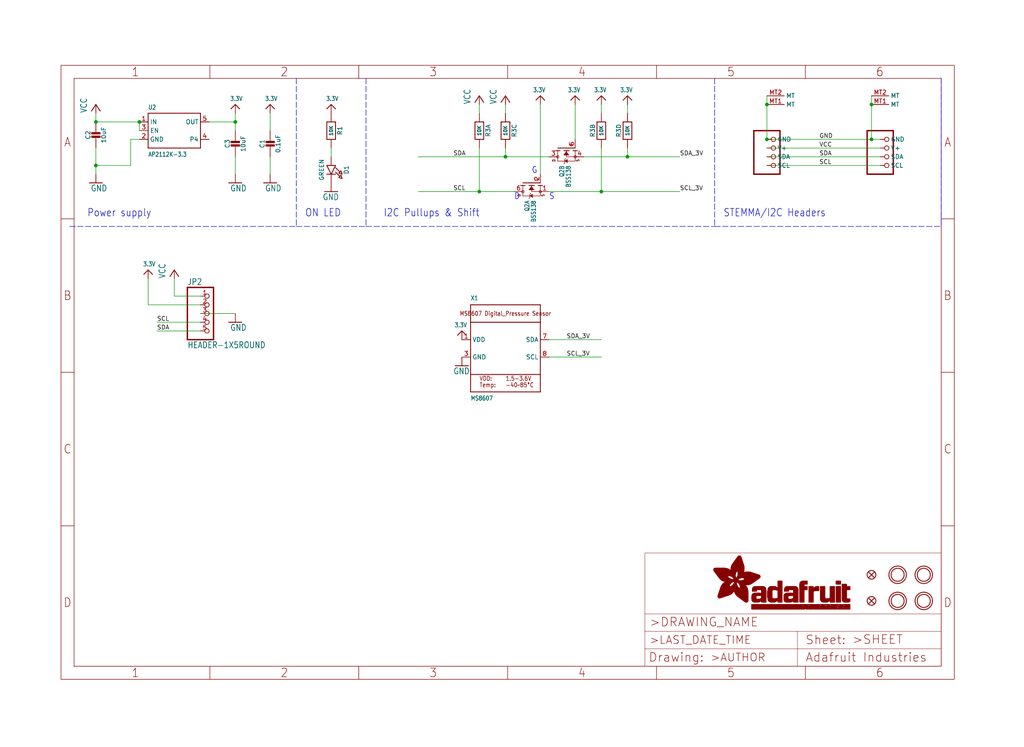
<source format=kicad_sch>
(kicad_sch (version 20211123) (generator eeschema)
  (paper "User" 298.45 217.881)
  (lib_symbols
    (symbol "schematicEagle-eagle-import:3.3V" (power)
      (property "Value" "3.3V" (at -1.524 1.016 0))
      (symbol "3.3V_1_0"
        (pin power_in line (at 0 -2.54 90) (length 2.54) (name "3.3V") (number "1"))
      )
    )
    (symbol "schematicEagle-eagle-import:CAP_CERAMIC0603_NO"
      (property "Reference" "C" (at -2.29 1.25 90))
      (property "Value" "CAP_CERAMIC0603_NO" (at 2.3 1.25 90))
      (symbol "CAP_CERAMIC0603_NO_1_0"
        (pin passive line (at 0 5.08 270) (length 2.54) (name "1") (number "1"))
        (pin passive line (at 0 -2.54 90) (length 2.54) (name "2") (number "2"))
      )
    )
    (symbol "schematicEagle-eagle-import:CAP_CERAMIC0805-NOOUTLINE"
      (property "Reference" "C" (at -2.29 1.25 90))
      (property "Value" "CAP_CERAMIC0805-NOOUTLINE" (at 2.3 1.25 90))
      (symbol "CAP_CERAMIC0805-NOOUTLINE_1_0"
        (pin passive line (at 0 5.08 270) (length 2.54) (name "1") (number "1"))
        (pin passive line (at 0 -2.54 90) (length 2.54) (name "2") (number "2"))
      )
    )
    (symbol "schematicEagle-eagle-import:FIDUCIAL_1MM")
    (symbol "schematicEagle-eagle-import:FRAME_A4_ADAFRUIT"
      (symbol "FRAME_A4_ADAFRUIT_0_0"
        (text "1" (at 21.6958 1.905 0) (effects (font (size 2.54 2.286))))
        (text "1" (at 21.6958 177.165 0) (effects (font (size 2.54 2.286))))
        (text "2" (at 65.0875 1.905 0) (effects (font (size 2.54 2.286))))
        (text "2" (at 65.0875 177.165 0) (effects (font (size 2.54 2.286))))
        (text "3" (at 108.4792 1.905 0) (effects (font (size 2.54 2.286))))
        (text "3" (at 108.4792 177.165 0) (effects (font (size 2.54 2.286))))
        (text "4" (at 151.8708 1.905 0) (effects (font (size 2.54 2.286))))
        (text "4" (at 151.8708 177.165 0) (effects (font (size 2.54 2.286))))
        (text "5" (at 195.2625 1.905 0) (effects (font (size 2.54 2.286))))
        (text "5" (at 195.2625 177.165 0) (effects (font (size 2.54 2.286))))
        (text "6" (at 238.6542 1.905 0) (effects (font (size 2.54 2.286))))
        (text "6" (at 238.6542 177.165 0) (effects (font (size 2.54 2.286))))
        (text "A" (at 1.905 156.6863 0) (effects (font (size 2.54 2.286))))
        (text "A" (at 258.445 156.6863 0) (effects (font (size 2.54 2.286))))
        (text "B" (at 1.905 111.9188 0) (effects (font (size 2.54 2.286))))
        (text "B" (at 258.445 111.9188 0) (effects (font (size 2.54 2.286))))
        (text "C" (at 1.905 67.1513 0) (effects (font (size 2.54 2.286))))
        (text "C" (at 258.445 67.1513 0) (effects (font (size 2.54 2.286))))
        (text "D" (at 1.905 22.3838 0) (effects (font (size 2.54 2.286))))
        (text "D" (at 258.445 22.3838 0) (effects (font (size 2.54 2.286))))
      )
      (symbol "FRAME_A4_ADAFRUIT_1_0"
        (text ">AUTHOR" (at 189.23 5.08 0) (effects (font (size 2.286 2.286)) (justify left bottom)))
        (text ">DRAWING_NAME" (at 171.45 15.24 0) (effects (font (size 2.54 2.54)) (justify left bottom)))
        (text ">LAST_DATE_TIME" (at 171.45 10.16 0) (effects (font (size 2.286 2.286)) (justify left bottom)))
        (text ">SHEET" (at 230.505 10.16 0) (effects (font (size 2.54 2.54)) (justify left bottom)))
        (text "Adafruit Industries" (at 216.916 4.953 0) (effects (font (size 2.54 2.54)) (justify left bottom)))
        (text "Drawing:" (at 171.196 4.953 0) (effects (font (size 2.54 2.54)) (justify left bottom)))
        (text "Sheet:" (at 216.916 10.033 0) (effects (font (size 2.54 2.54)) (justify left bottom)))
      )
    )
    (symbol "schematicEagle-eagle-import:GND" (power)
      (property "Value" "GND" (at -2.54 -2.54 0))
      (symbol "GND_1_0"
        (pin power_in line (at 0 2.54 270) (length 2.54) (name "GND") (number "1"))
      )
    )
    (symbol "schematicEagle-eagle-import:HEADER-1X5ROUND"
      (property "Reference" "JP" (at -6.35 8.255 0))
      (property "Value" "HEADER-1X5ROUND" (at -6.35 -10.16 0))
      (symbol "HEADER-1X5ROUND_1_0"
        (pin passive inverted (at -2.54 5.08 0) (length 2.54) (name "1") (number "1"))
        (pin passive inverted (at -2.54 2.54 0) (length 2.54) (name "2") (number "2"))
        (pin passive inverted (at -2.54 0 0) (length 2.54) (name "3") (number "3"))
        (pin passive inverted (at -2.54 -2.54 0) (length 2.54) (name "4") (number "4"))
        (pin passive inverted (at -2.54 -5.08 0) (length 2.54) (name "5") (number "5"))
      )
    )
    (symbol "schematicEagle-eagle-import:LED0603_NOOUTLINE"
      (property "Reference" "D" (at -1.27 4.445 0))
      (property "Value" "LED0603_NOOUTLINE" (at -1.27 -2.794 0))
      (symbol "LED0603_NOOUTLINE_1_0"
        (pin passive line (at -5.08 0 0) (length 2.54) (name "A") (number "A"))
        (pin passive line (at 2.54 0 180) (length 2.54) (name "C") (number "C"))
      )
    )
    (symbol "schematicEagle-eagle-import:MOSFET-N_DUAL"
      (property "Reference" "Q" (at 5.08 0.635 0))
      (property "Value" "MOSFET-N_DUAL" (at 5.08 -1.27 0))
      (symbol "MOSFET-N_DUAL_1_0"
        (text "D" (at 3.175 3.175 0) (effects (font (size 0.8128 0.6908)) (justify left bottom)))
        (text "G" (at -1.27 -1.905 0) (effects (font (size 0.8128 0.6908)) (justify left bottom)))
        (text "S" (at 3.175 -3.81 0) (effects (font (size 0.8128 0.6908)) (justify left bottom)))
        (pin bidirectional line (at 2.54 -5.08 90) (length 2.54) (name "S") (number "1"))
        (pin bidirectional line (at -2.54 -2.54 0) (length 2.54) (name "G") (number "2"))
        (pin bidirectional line (at 2.54 5.08 270) (length 2.54) (name "D") (number "6"))
      )
      (symbol "MOSFET-N_DUAL_2_0"
        (text "D" (at 3.175 3.175 0) (effects (font (size 0.8128 0.6908)) (justify left bottom)))
        (text "G" (at -1.27 -1.905 0) (effects (font (size 0.8128 0.6908)) (justify left bottom)))
        (text "S" (at 3.175 -3.81 0) (effects (font (size 0.8128 0.6908)) (justify left bottom)))
        (pin bidirectional line (at 2.54 5.08 270) (length 2.54) (name "D") (number "3"))
        (pin bidirectional line (at 2.54 -5.08 90) (length 2.54) (name "S") (number "4"))
        (pin bidirectional line (at -2.54 -2.54 0) (length 2.54) (name "G") (number "5"))
      )
    )
    (symbol "schematicEagle-eagle-import:MOUNTINGHOLE2.5")
    (symbol "schematicEagle-eagle-import:MS8607"
      (property "Reference" "X" (at -10.16 13.97 0))
      (property "Value" "MS8607" (at -10.16 -15.24 0))
      (symbol "MS8607_1_0"
        (text "-40~85°C" (at 0 -11.43 0) (effects (font (size 1.27 1.0795)) (justify left bottom)))
        (text "1.5-3.6V" (at 0 -9.525 0) (effects (font (size 1.27 1.0795)) (justify left bottom)))
        (text "MS8607 Digital_Pressure Sensor" (at 0 10.16 0) (effects (font (size 1.27 1.0795))))
        (text "Temp:" (at -7.62 -11.43 0) (effects (font (size 1.27 1.0795)) (justify left bottom)))
        (text "VDD:" (at -7.62 -9.525 0) (effects (font (size 1.27 1.0795)) (justify left bottom)))
        (pin power_in line (at -12.7 2.54 0) (length 2.54) (name "VDD") (number "1"))
        (pin power_in line (at -12.7 -2.54 0) (length 2.54) (name "GND") (number "3"))
        (pin bidirectional line (at 12.7 2.54 180) (length 2.54) (name "SDA") (number "7"))
        (pin bidirectional line (at 12.7 -2.54 180) (length 2.54) (name "SCL") (number "8"))
      )
    )
    (symbol "schematicEagle-eagle-import:RESISTOR_0603_NOOUT"
      (property "Reference" "R" (at 0 2.54 0))
      (property "Value" "RESISTOR_0603_NOOUT" (at 0 0 0))
      (symbol "RESISTOR_0603_NOOUT_1_0"
        (pin passive line (at -5.08 0 0) (length 2.54) (name "1") (number "1"))
        (pin passive line (at 5.08 0 180) (length 2.54) (name "2") (number "2"))
      )
    )
    (symbol "schematicEagle-eagle-import:RESISTOR_4PACK"
      (property "Reference" "R" (at 0 2.54 0))
      (property "Value" "RESISTOR_4PACK" (at 0 0 0))
      (symbol "RESISTOR_4PACK_1_0"
        (pin passive line (at -5.08 0 0) (length 2.54) (name "1") (number "1"))
        (pin passive line (at 5.08 0 180) (length 2.54) (name "2") (number "8"))
      )
      (symbol "RESISTOR_4PACK_2_0"
        (pin passive line (at -5.08 0 0) (length 2.54) (name "1") (number "2"))
        (pin passive line (at 5.08 0 180) (length 2.54) (name "2") (number "7"))
      )
      (symbol "RESISTOR_4PACK_3_0"
        (pin passive line (at -5.08 0 0) (length 2.54) (name "1") (number "3"))
        (pin passive line (at 5.08 0 180) (length 2.54) (name "2") (number "6"))
      )
      (symbol "RESISTOR_4PACK_4_0"
        (pin passive line (at -5.08 0 0) (length 2.54) (name "1") (number "4"))
        (pin passive line (at 5.08 0 180) (length 2.54) (name "2") (number "5"))
      )
    )
    (symbol "schematicEagle-eagle-import:STEMMA_I2C_QT"
      (symbol "STEMMA_I2C_QT_1_0"
        (pin passive inverted (at 0 5.08 0) (length 2.54) (name "GND") (number "1"))
        (pin passive inverted (at 0 2.54 0) (length 2.54) (name "V+") (number "2"))
        (pin passive inverted (at 0 0 0) (length 2.54) (name "SDA") (number "3"))
        (pin passive inverted (at 0 -2.54 0) (length 2.54) (name "SCL") (number "4"))
      )
      (symbol "STEMMA_I2C_QT_2_0"
        (pin bidirectional line (at 0 0 0) (length 5.08) (name "MT") (number "MT1"))
      )
      (symbol "STEMMA_I2C_QT_3_0"
        (pin bidirectional line (at 0 0 0) (length 5.08) (name "MT") (number "MT2"))
      )
    )
    (symbol "schematicEagle-eagle-import:VCC" (power)
      (property "Value" "VCC" (at -2.54 -2.54 90))
      (symbol "VCC_1_0"
        (pin power_in line (at 0 -2.54 90) (length 2.54) (name "VCC") (number "1"))
      )
    )
    (symbol "schematicEagle-eagle-import:VREG_SOT23-5"
      (property "Reference" "U" (at -7.62 6.096 0))
      (property "Value" "VREG_SOT23-5" (at -7.62 -7.62 0))
      (symbol "VREG_SOT23-5_1_0"
        (pin power_in line (at -10.16 2.54 0) (length 2.54) (name "IN") (number "1"))
        (pin power_in line (at -10.16 -2.54 0) (length 2.54) (name "GND") (number "2"))
        (pin input line (at -10.16 0 0) (length 2.54) (name "EN") (number "3"))
        (pin bidirectional line (at 10.16 -2.54 180) (length 2.54) (name "P4") (number "4"))
        (pin power_in line (at 10.16 2.54 180) (length 2.54) (name "OUT") (number "5"))
      )
    )
  )
  (junction (at 68.58 35.56))
  (junction (at 254 40.64))
  (junction (at 175.26 55.88))
  (junction (at 27.94 48.26))
  (junction (at 223.52 40.64))
  (junction (at 147.32 45.72))
  (junction (at 182.88 45.72))
  (junction (at 40.64 35.56))
  (junction (at 27.94 35.56))
  (junction (at 254 30.48))
  (junction (at 139.7 55.88))
  (junction (at 223.52 30.48))
  (wire (pts (xy 254 30.48) (xy 254 40.64)))
  (wire (pts (xy 78.74 45.72) (xy 78.74 50.8)))
  (wire (pts (xy 139.7 30.48) (xy 139.7 33.02)))
  (wire (pts (xy 27.94 48.26) (xy 27.94 43.18)))
  (wire (pts (xy 170.18 45.72) (xy 182.88 45.72)))
  (wire (pts (xy 175.26 55.88) (xy 198.12 55.88)))
  (wire (pts (xy 27.94 48.26) (xy 27.94 50.8)))
  (wire (pts (xy 50.8 86.36) (xy 50.8 81.28)))
  (wire (pts (xy 160.02 99.06) (xy 175.26 99.06)))
  (wire (pts (xy 175.26 43.18) (xy 175.26 55.88)))
  (polyline (pts (xy 208.28 66.04) (xy 274.32 66.04)))
  (wire (pts (xy 223.52 30.48) (xy 223.52 40.64)))
  (wire (pts (xy 58.42 88.9) (xy 43.18 88.9)))
  (wire (pts (xy 147.32 43.18) (xy 147.32 45.72)))
  (wire (pts (xy 96.52 45.72) (xy 96.52 43.18)))
  (wire (pts (xy 160.02 104.14) (xy 175.26 104.14)))
  (wire (pts (xy 60.96 35.56) (xy 68.58 35.56)))
  (wire (pts (xy 139.7 43.18) (xy 139.7 55.88)))
  (wire (pts (xy 223.52 43.18) (xy 256.54 43.18)))
  (wire (pts (xy 58.42 91.44) (xy 68.58 91.44)))
  (wire (pts (xy 58.42 96.52) (xy 45.72 96.52)))
  (wire (pts (xy 40.64 35.56) (xy 27.94 35.56)))
  (polyline (pts (xy 106.68 22.86) (xy 106.68 66.04)))
  (wire (pts (xy 175.26 33.02) (xy 175.26 30.48)))
  (wire (pts (xy 43.18 88.9) (xy 43.18 81.28)))
  (wire (pts (xy 78.74 33.02) (xy 78.74 38.1)))
  (wire (pts (xy 182.88 33.02) (xy 182.88 30.48)))
  (wire (pts (xy 223.52 27.94) (xy 223.52 30.48)))
  (wire (pts (xy 167.64 40.64) (xy 167.64 30.48)))
  (wire (pts (xy 254 40.64) (xy 223.52 40.64)))
  (wire (pts (xy 147.32 45.72) (xy 121.92 45.72)))
  (wire (pts (xy 38.1 40.64) (xy 38.1 48.26)))
  (wire (pts (xy 68.58 45.72) (xy 68.58 50.8)))
  (wire (pts (xy 27.94 33.02) (xy 27.94 35.56)))
  (wire (pts (xy 68.58 35.56) (xy 68.58 38.1)))
  (wire (pts (xy 160.02 55.88) (xy 175.26 55.88)))
  (polyline (pts (xy 274.32 22.86) (xy 274.32 66.04)))
  (wire (pts (xy 58.42 93.98) (xy 45.72 93.98)))
  (wire (pts (xy 68.58 35.56) (xy 68.58 33.02)))
  (polyline (pts (xy 86.36 66.04) (xy 106.68 66.04)))
  (wire (pts (xy 254 27.94) (xy 254 30.48)))
  (wire (pts (xy 139.7 55.88) (xy 121.92 55.88)))
  (wire (pts (xy 40.64 40.64) (xy 38.1 40.64)))
  (wire (pts (xy 256.54 40.64) (xy 254 40.64)))
  (polyline (pts (xy 106.68 66.04) (xy 208.28 66.04)))
  (wire (pts (xy 58.42 86.36) (xy 50.8 86.36)))
  (wire (pts (xy 40.64 38.1) (xy 40.64 35.56)))
  (wire (pts (xy 157.48 50.8) (xy 157.48 30.48)))
  (polyline (pts (xy 86.36 22.86) (xy 86.36 66.04)))
  (wire (pts (xy 147.32 33.02) (xy 147.32 30.48)))
  (wire (pts (xy 38.1 48.26) (xy 27.94 48.26)))
  (wire (pts (xy 182.88 43.18) (xy 182.88 45.72)))
  (wire (pts (xy 182.88 45.72) (xy 198.12 45.72)))
  (wire (pts (xy 160.02 45.72) (xy 147.32 45.72)))
  (wire (pts (xy 149.86 55.88) (xy 139.7 55.88)))
  (polyline (pts (xy 208.28 22.86) (xy 208.28 66.04)))
  (wire (pts (xy 256.54 45.72) (xy 223.52 45.72)))
  (polyline (pts (xy 20.32 66.04) (xy 86.36 66.04)))
  (wire (pts (xy 223.52 48.26) (xy 256.54 48.26)))
  (text "Power supply" (at 25.4 63.5 180) (effects (font (size 2.1844 1.8567)) (justify left bottom)))
  (text "ON LED" (at 88.9 63.5 180) (effects (font (size 2.1844 1.8567)) (justify left bottom)))
  (text "STEMMA/I2C Headers" (at 210.82 63.5 180) (effects (font (size 2.1844 1.8567)) (justify left bottom)))
  (text "G" (at 154.94 50.8 180) (effects (font (size 1.778 1.5113)) (justify left bottom)))
  (text "D" (at 149.86 58.42 180) (effects (font (size 1.778 1.5113)) (justify left bottom)))
  (text "S" (at 160.02 58.42 180) (effects (font (size 1.778 1.5113)) (justify left bottom)))
  (text "I2C Pullups & Shift" (at 111.76 63.5 180) (effects (font (size 2.1844 1.8567)) (justify left bottom)))
  (label "SCL_3V" (at 198.12 55.88 0) (effects (font (size 1.2446 1.2446))))
  (label "VCC" (at 238.76 43.18 0) (effects (font (size 1.2446 1.2446))))
  (label "SDA_3V" (at 198.12 45.72 0) (effects (font (size 1.2446 1.2446))))
  (label "SCL_3V" (at 165.1 104.14 0) (effects (font (size 1.2446 1.2446))))
  (label "SCL" (at 45.72 93.98 0) (effects (font (size 1.2446 1.2446))))
  (label "SDA" (at 238.76 45.72 0) (effects (font (size 1.2446 1.2446))))
  (label "SDA" (at 132.08 45.72 0) (effects (font (size 1.2446 1.2446))))
  (label "SDA" (at 45.72 96.52 0) (effects (font (size 1.2446 1.2446))))
  (label "SCL" (at 132.08 55.88 0) (effects (font (size 1.2446 1.2446))))
  (label "SDA_3V" (at 165.1 99.06 0) (effects (font (size 1.2446 1.2446))))
  (label "SCL" (at 238.76 48.26 0) (effects (font (size 1.2446 1.2446))))
  (label "GND" (at 238.76 40.64 0) (effects (font (size 1.2446 1.2446))))
  (symbol (lib_id "schematicEagle-eagle-import:MOUNTINGHOLE2.5") (at 261.62 175.26 0) (unit 1)
    (property "Reference" "U$1" (effects hide))
    (property "Value" "MOUNTINGHOLE2.5" (effects hide))
    (property "Footprint" "schematicEagle:MOUNTINGHOLE_2.5_PLATED" (effects hide))
  )
  (symbol (lib_id "schematicEagle-eagle-import:CAP_CERAMIC0603_NO") (at 78.74 43.18 0) (unit 1)
    (property "Reference" "C1" (at 76.45 41.93 90))
    (property "Value" "0.1uF" (at 81.04 41.93 90))
    (property "Footprint" "schematicEagle:0603-NO" (effects hide))
  )
  (symbol (lib_id "schematicEagle-eagle-import:VCC") (at 50.8 78.74 0) (unit 1)
    (property "Reference" "#P+4" (effects hide))
    (property "Value" "VCC" (at 48.26 81.28 90) (effects (font (size 1.778 1.5113)) (justify left bottom)))
    (property "Footprint" "schematicEagle:" (effects hide))
  )
  (symbol (lib_id "schematicEagle-eagle-import:GND") (at 68.58 93.98 0) (unit 1)
    (property "Reference" "#U$10" (effects hide))
    (property "Value" "GND" (at 67.056 96.52 0) (effects (font (size 1.778 1.5113)) (justify left bottom)))
    (property "Footprint" "schematicEagle:" (effects hide))
  )
  (symbol (lib_id "schematicEagle-eagle-import:GND") (at 27.94 53.34 0) (unit 1)
    (property "Reference" "#U$13" (effects hide))
    (property "Value" "GND" (at 26.416 55.88 0) (effects (font (size 1.778 1.5113)) (justify left bottom)))
    (property "Footprint" "schematicEagle:" (effects hide))
  )
  (symbol (lib_id "schematicEagle-eagle-import:CAP_CERAMIC0805-NOOUTLINE") (at 68.58 43.18 0) (unit 1)
    (property "Reference" "C3" (at 66.29 41.93 90))
    (property "Value" "10uF" (at 70.88 41.93 90))
    (property "Footprint" "schematicEagle:0805-NO" (effects hide))
  )
  (symbol (lib_id "schematicEagle-eagle-import:3.3V") (at 182.88 27.94 0) (mirror y) (unit 1)
    (property "Reference" "#U$7" (effects hide))
    (property "Value" "3.3V" (at 184.404 26.924 0) (effects (font (size 1.27 1.0795)) (justify left bottom)))
    (property "Footprint" "schematicEagle:" (effects hide))
  )
  (symbol (lib_id "schematicEagle-eagle-import:GND") (at 134.62 106.68 0) (unit 1)
    (property "Reference" "#GND1" (effects hide))
    (property "Value" "GND" (at 132.08 109.22 0) (effects (font (size 1.778 1.5113)) (justify left bottom)))
    (property "Footprint" "schematicEagle:" (effects hide))
  )
  (symbol (lib_id "schematicEagle-eagle-import:MOUNTINGHOLE2.5") (at 261.62 167.64 0) (unit 1)
    (property "Reference" "U$17" (effects hide))
    (property "Value" "MOUNTINGHOLE2.5" (effects hide))
    (property "Footprint" "schematicEagle:MOUNTINGHOLE_2.5_PLATED" (effects hide))
  )
  (symbol (lib_id "schematicEagle-eagle-import:RESISTOR_4PACK") (at 175.26 38.1 90) (mirror x) (unit 2)
    (property "Reference" "R3" (at 172.72 38.1 0))
    (property "Value" "10K" (at 175.26 38.1 0) (effects (font (size 1.016 1.016) bold)))
    (property "Footprint" "schematicEagle:RESPACK_4X0603" (effects hide))
  )
  (symbol (lib_id "schematicEagle-eagle-import:3.3V") (at 157.48 27.94 0) (mirror y) (unit 1)
    (property "Reference" "#U$26" (effects hide))
    (property "Value" "3.3V" (at 159.004 26.924 0) (effects (font (size 1.27 1.0795)) (justify left bottom)))
    (property "Footprint" "schematicEagle:" (effects hide))
  )
  (symbol (lib_id "schematicEagle-eagle-import:RESISTOR_4PACK") (at 147.32 38.1 270) (unit 3)
    (property "Reference" "R3" (at 149.86 38.1 0))
    (property "Value" "10K" (at 147.32 38.1 0) (effects (font (size 1.016 1.016) bold)))
    (property "Footprint" "schematicEagle:RESPACK_4X0603" (effects hide))
  )
  (symbol (lib_id "schematicEagle-eagle-import:MOSFET-N_DUAL") (at 165.1 43.18 90) (mirror x) (unit 2)
    (property "Reference" "Q2" (at 164.465 48.26 0) (effects (font (size 1.27 1.0795)) (justify left bottom)))
    (property "Value" "BSS138" (at 166.37 48.26 0) (effects (font (size 1.27 1.0795)) (justify left bottom)))
    (property "Footprint" "schematicEagle:SOT363" (effects hide))
  )
  (symbol (lib_id "schematicEagle-eagle-import:VCC") (at 139.7 27.94 0) (unit 1)
    (property "Reference" "#P+1" (effects hide))
    (property "Value" "VCC" (at 137.16 30.48 90) (effects (font (size 1.778 1.5113)) (justify left bottom)))
    (property "Footprint" "schematicEagle:" (effects hide))
  )
  (symbol (lib_id "schematicEagle-eagle-import:LED0603_NOOUTLINE") (at 96.52 50.8 270) (unit 1)
    (property "Reference" "D1" (at 100.965 49.53 0))
    (property "Value" "GREEN" (at 93.726 49.53 0))
    (property "Footprint" "schematicEagle:CHIPLED_0603_NOOUTLINE" (effects hide))
  )
  (symbol (lib_id "schematicEagle-eagle-import:FIDUCIAL_1MM") (at 254 167.64 0) (unit 1)
    (property "Reference" "FID4" (effects hide))
    (property "Value" "FIDUCIAL_1MM" (effects hide))
    (property "Footprint" "schematicEagle:FIDUCIAL_1MM" (effects hide))
  )
  (symbol (lib_id "schematicEagle-eagle-import:GND") (at 96.52 55.88 0) (unit 1)
    (property "Reference" "#GND6" (effects hide))
    (property "Value" "GND" (at 93.98 58.42 0) (effects (font (size 1.778 1.5113)) (justify left bottom)))
    (property "Footprint" "schematicEagle:" (effects hide))
  )
  (symbol (lib_id "schematicEagle-eagle-import:RESISTOR_0603_NOOUT") (at 96.52 38.1 270) (unit 1)
    (property "Reference" "R1" (at 99.06 38.1 0))
    (property "Value" "10K" (at 96.52 38.1 0) (effects (font (size 1.016 1.016) bold)))
    (property "Footprint" "schematicEagle:0603-NO" (effects hide))
  )
  (symbol (lib_id "schematicEagle-eagle-import:CAP_CERAMIC0805-NOOUTLINE") (at 27.94 40.64 0) (unit 1)
    (property "Reference" "C2" (at 25.65 39.39 90))
    (property "Value" "10uF" (at 30.24 39.39 90))
    (property "Footprint" "schematicEagle:0805-NO" (effects hide))
  )
  (symbol (lib_id "schematicEagle-eagle-import:MOUNTINGHOLE2.5") (at 269.24 175.26 0) (unit 1)
    (property "Reference" "U$21" (effects hide))
    (property "Value" "MOUNTINGHOLE2.5" (effects hide))
    (property "Footprint" "schematicEagle:MOUNTINGHOLE_2.5_PLATED" (effects hide))
  )
  (symbol (lib_id "schematicEagle-eagle-import:STEMMA_I2C_QT") (at 254 27.94 0) (unit 3)
    (property "Reference" "CONN4" (effects hide))
    (property "Value" "STEMMA_I2C_QT" (effects hide))
    (property "Footprint" "schematicEagle:JST_SH4" (effects hide))
  )
  (symbol (lib_id "schematicEagle-eagle-import:GND") (at 68.58 53.34 0) (unit 1)
    (property "Reference" "#U$5" (effects hide))
    (property "Value" "GND" (at 67.056 55.88 0) (effects (font (size 1.778 1.5113)) (justify left bottom)))
    (property "Footprint" "schematicEagle:" (effects hide))
  )
  (symbol (lib_id "schematicEagle-eagle-import:RESISTOR_4PACK") (at 182.88 38.1 90) (mirror x) (unit 4)
    (property "Reference" "R3" (at 180.34 38.1 0))
    (property "Value" "10K" (at 182.88 38.1 0) (effects (font (size 1.016 1.016) bold)))
    (property "Footprint" "schematicEagle:RESPACK_4X0603" (effects hide))
  )
  (symbol (lib_id "schematicEagle-eagle-import:HEADER-1X5ROUND") (at 60.96 91.44 0) (unit 1)
    (property "Reference" "JP2" (at 54.61 83.185 0) (effects (font (size 1.778 1.5113)) (justify left bottom)))
    (property "Value" "HEADER-1X5ROUND" (at 54.61 101.6 0) (effects (font (size 1.778 1.5113)) (justify left bottom)))
    (property "Footprint" "schematicEagle:1X05_ROUND" (effects hide))
  )
  (symbol (lib_id "schematicEagle-eagle-import:STEMMA_I2C_QT") (at 223.52 45.72 0) (unit 1)
    (property "Reference" "CONN3" (effects hide))
    (property "Value" "STEMMA_I2C_QT" (effects hide))
    (property "Footprint" "schematicEagle:JST_SH4" (effects hide))
  )
  (symbol (lib_id "schematicEagle-eagle-import:3.3V") (at 78.74 30.48 0) (unit 1)
    (property "Reference" "#U$14" (effects hide))
    (property "Value" "3.3V" (at 77.216 29.464 0) (effects (font (size 1.27 1.0795)) (justify left bottom)))
    (property "Footprint" "schematicEagle:" (effects hide))
  )
  (symbol (lib_id "schematicEagle-eagle-import:3.3V") (at 43.18 78.74 0) (unit 1)
    (property "Reference" "#U$16" (effects hide))
    (property "Value" "3.3V" (at 41.656 77.724 0) (effects (font (size 1.27 1.0795)) (justify left bottom)))
    (property "Footprint" "schematicEagle:" (effects hide))
  )
  (symbol (lib_id "schematicEagle-eagle-import:3.3V") (at 167.64 27.94 0) (mirror y) (unit 1)
    (property "Reference" "#U$23" (effects hide))
    (property "Value" "3.3V" (at 169.164 26.924 0) (effects (font (size 1.27 1.0795)) (justify left bottom)))
    (property "Footprint" "schematicEagle:" (effects hide))
  )
  (symbol (lib_id "schematicEagle-eagle-import:STEMMA_I2C_QT") (at 223.52 30.48 0) (unit 2)
    (property "Reference" "CONN3" (effects hide))
    (property "Value" "STEMMA_I2C_QT" (effects hide))
    (property "Footprint" "schematicEagle:JST_SH4" (effects hide))
  )
  (symbol (lib_id "schematicEagle-eagle-import:MOSFET-N_DUAL") (at 154.94 53.34 90) (mirror x) (unit 1)
    (property "Reference" "Q2" (at 154.305 58.42 0) (effects (font (size 1.27 1.0795)) (justify left bottom)))
    (property "Value" "BSS138" (at 156.21 58.42 0) (effects (font (size 1.27 1.0795)) (justify left bottom)))
    (property "Footprint" "schematicEagle:SOT363" (effects hide))
  )
  (symbol (lib_id "schematicEagle-eagle-import:MOUNTINGHOLE2.5") (at 269.24 167.64 0) (unit 1)
    (property "Reference" "U$19" (effects hide))
    (property "Value" "MOUNTINGHOLE2.5" (effects hide))
    (property "Footprint" "schematicEagle:MOUNTINGHOLE_2.5_PLATED" (effects hide))
  )
  (symbol (lib_id "schematicEagle-eagle-import:3.3V") (at 175.26 27.94 0) (mirror y) (unit 1)
    (property "Reference" "#U$24" (effects hide))
    (property "Value" "3.3V" (at 176.784 26.924 0) (effects (font (size 1.27 1.0795)) (justify left bottom)))
    (property "Footprint" "schematicEagle:" (effects hide))
  )
  (symbol (lib_id "schematicEagle-eagle-import:MS8607") (at 147.32 101.6 0) (unit 1)
    (property "Reference" "X1" (at 137.16 87.63 0) (effects (font (size 1.27 1.0795)) (justify left bottom)))
    (property "Value" "MS8607" (at 137.16 116.84 0) (effects (font (size 1.27 1.0795)) (justify left bottom)))
    (property "Footprint" "schematicEagle:MS8607" (effects hide))
  )
  (symbol (lib_id "schematicEagle-eagle-import:VREG_SOT23-5") (at 50.8 38.1 0) (unit 1)
    (property "Reference" "U2" (at 43.18 32.004 0) (effects (font (size 1.27 1.0795)) (justify left bottom)))
    (property "Value" "AP2112K-3.3" (at 43.18 45.72 0) (effects (font (size 1.27 1.0795)) (justify left bottom)))
    (property "Footprint" "schematicEagle:SOT23-5" (effects hide))
  )
  (symbol (lib_id "schematicEagle-eagle-import:GND") (at 78.74 53.34 0) (unit 1)
    (property "Reference" "#U$6" (effects hide))
    (property "Value" "GND" (at 77.216 55.88 0) (effects (font (size 1.778 1.5113)) (justify left bottom)))
    (property "Footprint" "schematicEagle:" (effects hide))
  )
  (symbol (lib_id "schematicEagle-eagle-import:3.3V") (at 96.52 30.48 0) (unit 1)
    (property "Reference" "#U$3" (effects hide))
    (property "Value" "3.3V" (at 94.996 29.464 0) (effects (font (size 1.27 1.0795)) (justify left bottom)))
    (property "Footprint" "schematicEagle:" (effects hide))
  )
  (symbol (lib_id "schematicEagle-eagle-import:VCC") (at 147.32 27.94 0) (unit 1)
    (property "Reference" "#P+2" (effects hide))
    (property "Value" "VCC" (at 144.78 30.48 90) (effects (font (size 1.778 1.5113)) (justify left bottom)))
    (property "Footprint" "schematicEagle:" (effects hide))
  )
  (symbol (lib_id "schematicEagle-eagle-import:FIDUCIAL_1MM") (at 254 175.26 0) (unit 1)
    (property "Reference" "FID3" (effects hide))
    (property "Value" "FIDUCIAL_1MM" (effects hide))
    (property "Footprint" "schematicEagle:FIDUCIAL_1MM" (effects hide))
  )
  (symbol (lib_id "schematicEagle-eagle-import:3.3V") (at 134.62 96.52 0) (mirror y) (unit 1)
    (property "Reference" "#U$2" (effects hide))
    (property "Value" "3.3V" (at 136.144 95.504 0) (effects (font (size 1.27 1.0795)) (justify left bottom)))
    (property "Footprint" "schematicEagle:" (effects hide))
  )
  (symbol (lib_id "schematicEagle-eagle-import:STEMMA_I2C_QT") (at 256.54 45.72 0) (unit 1)
    (property "Reference" "CONN4" (effects hide))
    (property "Value" "STEMMA_I2C_QT" (effects hide))
    (property "Footprint" "schematicEagle:JST_SH4" (effects hide))
  )
  (symbol (lib_id "schematicEagle-eagle-import:VCC") (at 27.94 30.48 0) (unit 1)
    (property "Reference" "#P+3" (effects hide))
    (property "Value" "VCC" (at 25.4 33.02 90) (effects (font (size 1.778 1.5113)) (justify left bottom)))
    (property "Footprint" "schematicEagle:" (effects hide))
  )
  (symbol (lib_id "schematicEagle-eagle-import:3.3V") (at 68.58 30.48 0) (unit 1)
    (property "Reference" "#U$15" (effects hide))
    (property "Value" "3.3V" (at 67.056 29.464 0) (effects (font (size 1.27 1.0795)) (justify left bottom)))
    (property "Footprint" "schematicEagle:" (effects hide))
  )
  (symbol (lib_id "schematicEagle-eagle-import:STEMMA_I2C_QT") (at 254 30.48 0) (unit 2)
    (property "Reference" "CONN4" (effects hide))
    (property "Value" "STEMMA_I2C_QT" (effects hide))
    (property "Footprint" "schematicEagle:JST_SH4" (effects hide))
  )
  (symbol (lib_id "schematicEagle-eagle-import:STEMMA_I2C_QT") (at 223.52 27.94 0) (unit 3)
    (property "Reference" "CONN3" (effects hide))
    (property "Value" "STEMMA_I2C_QT" (effects hide))
    (property "Footprint" "schematicEagle:JST_SH4" (effects hide))
  )
  (symbol (lib_id "schematicEagle-eagle-import:RESISTOR_4PACK") (at 139.7 38.1 270) (unit 1)
    (property "Reference" "R3" (at 142.24 38.1 0))
    (property "Value" "10K" (at 139.7 38.1 0) (effects (font (size 1.016 1.016) bold)))
    (property "Footprint" "schematicEagle:RESPACK_4X0603" (effects hide))
  )
  (symbol (lib_id "schematicEagle-eagle-import:FRAME_A4_ADAFRUIT") (at 17.78 198.12 0) (unit 1)
    (property "Reference" "#U$18" (effects hide))
    (property "Value" "FRAME_A4_ADAFRUIT" (effects hide))
    (property "Footprint" "schematicEagle:" (effects hide))
  )
)
</source>
